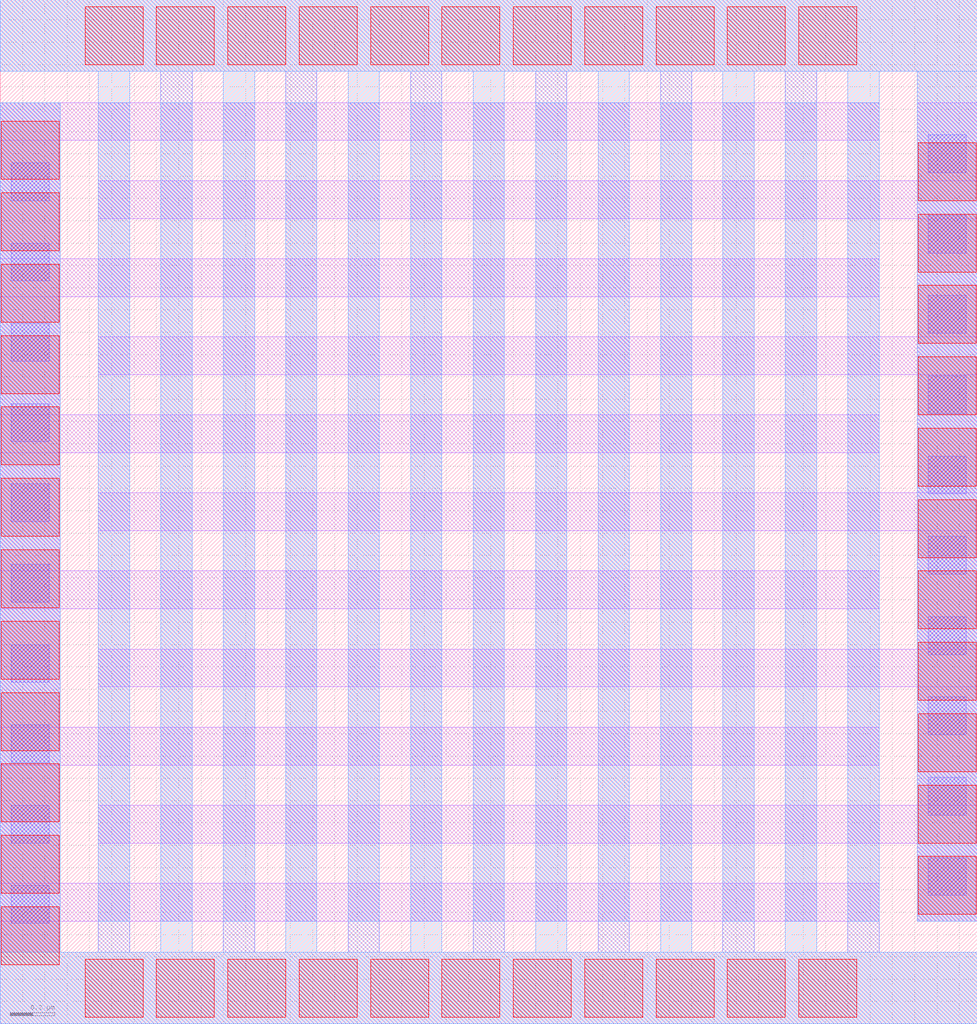
<source format=lef>
# Copyright 2020 The SkyWater PDK Authors
#
# Licensed under the Apache License, Version 2.0 (the "License");
# you may not use this file except in compliance with the License.
# You may obtain a copy of the License at
#
#     https://www.apache.org/licenses/LICENSE-2.0
#
# Unless required by applicable law or agreed to in writing, software
# distributed under the License is distributed on an "AS IS" BASIS,
# WITHOUT WARRANTIES OR CONDITIONS OF ANY KIND, either express or implied.
# See the License for the specific language governing permissions and
# limitations under the License.
#
# SPDX-License-Identifier: Apache-2.0

VERSION 5.7 ;
  NOWIREEXTENSIONATPIN ON ;
  DIVIDERCHAR "/" ;
  BUSBITCHARS "[]" ;
MACRO sky130_fd_pr__cap_vpp_04p4x04p6_l1m1m2_noshield_o2subcell
  CLASS BLOCK ;
  FOREIGN sky130_fd_pr__cap_vpp_04p4x04p6_l1m1m2_noshield_o2subcell ;
  ORIGIN  0.000000  0.000000 ;
  SIZE  4.380000 BY  4.590000 ;
  OBS
    LAYER li1 ;
      RECT 0.000000 0.320000 0.270000 0.460000 ;
      RECT 0.000000 0.460000 3.940000 0.630000 ;
      RECT 0.000000 0.630000 0.270000 1.160000 ;
      RECT 0.000000 1.160000 3.940000 1.330000 ;
      RECT 0.000000 1.330000 0.270000 1.860000 ;
      RECT 0.000000 1.860000 3.940000 2.030000 ;
      RECT 0.000000 2.030000 0.270000 2.560000 ;
      RECT 0.000000 2.560000 3.940000 2.730000 ;
      RECT 0.000000 2.730000 0.270000 3.260000 ;
      RECT 0.000000 3.260000 3.940000 3.430000 ;
      RECT 0.000000 3.430000 0.270000 3.960000 ;
      RECT 0.000000 3.960000 3.940000 4.130000 ;
      RECT 0.440000 0.810000 4.380000 0.980000 ;
      RECT 0.440000 1.510000 4.380000 1.680000 ;
      RECT 0.440000 2.210000 4.380000 2.380000 ;
      RECT 0.440000 2.910000 4.380000 3.080000 ;
      RECT 0.440000 3.610000 4.380000 3.780000 ;
      RECT 4.110000 0.460000 4.380000 0.810000 ;
      RECT 4.110000 0.980000 4.380000 1.510000 ;
      RECT 4.110000 1.680000 4.380000 2.210000 ;
      RECT 4.110000 2.380000 4.380000 2.910000 ;
      RECT 4.110000 3.080000 4.380000 3.610000 ;
      RECT 4.110000 3.780000 4.380000 4.130000 ;
    LAYER mcon ;
      RECT 0.050000 0.450000 0.220000 0.620000 ;
      RECT 0.050000 0.810000 0.220000 0.980000 ;
      RECT 0.050000 1.170000 0.220000 1.340000 ;
      RECT 0.050000 1.530000 0.220000 1.700000 ;
      RECT 0.050000 1.890000 0.220000 2.060000 ;
      RECT 0.050000 2.250000 0.220000 2.420000 ;
      RECT 0.050000 2.610000 0.220000 2.780000 ;
      RECT 0.050000 2.970000 0.220000 3.140000 ;
      RECT 0.050000 3.330000 0.220000 3.500000 ;
      RECT 0.050000 3.690000 0.220000 3.860000 ;
      RECT 4.160000 0.575000 4.330000 0.745000 ;
      RECT 4.160000 0.935000 4.330000 1.105000 ;
      RECT 4.160000 1.295000 4.330000 1.465000 ;
      RECT 4.160000 1.655000 4.330000 1.825000 ;
      RECT 4.160000 2.015000 4.330000 2.185000 ;
      RECT 4.160000 2.375000 4.330000 2.545000 ;
      RECT 4.160000 2.735000 4.330000 2.905000 ;
      RECT 4.160000 3.095000 4.330000 3.265000 ;
      RECT 4.160000 3.455000 4.330000 3.625000 ;
      RECT 4.160000 3.815000 4.330000 3.985000 ;
    LAYER met1 ;
      RECT 0.000000 0.000000 4.380000 0.320000 ;
      RECT 0.000000 0.320000 0.270000 4.130000 ;
      RECT 0.000000 4.270000 4.380000 4.590000 ;
      RECT 0.440000 0.320000 0.580000 4.130000 ;
      RECT 0.720000 0.460000 0.860000 4.270000 ;
      RECT 1.000000 0.320000 1.140000 4.130000 ;
      RECT 1.280000 0.460000 1.420000 4.270000 ;
      RECT 1.560000 0.320000 1.700000 4.130000 ;
      RECT 1.840000 0.460000 1.980000 4.270000 ;
      RECT 2.120000 0.320000 2.260000 4.130000 ;
      RECT 2.400000 0.460000 2.540000 4.270000 ;
      RECT 2.680000 0.320000 2.820000 4.130000 ;
      RECT 2.960000 0.460000 3.100000 4.270000 ;
      RECT 3.240000 0.320000 3.380000 4.130000 ;
      RECT 3.520000 0.460000 3.660000 4.270000 ;
      RECT 3.800000 0.320000 3.940000 4.130000 ;
      RECT 4.110000 0.460000 4.380000 4.270000 ;
    LAYER met2 ;
      RECT 0.000000 0.000000 4.380000 0.320000 ;
      RECT 0.000000 0.320000 0.270000 4.130000 ;
      RECT 0.000000 4.270000 4.380000 4.590000 ;
      RECT 0.440000 0.460000 0.580000 4.270000 ;
      RECT 0.720000 0.320000 0.860000 4.130000 ;
      RECT 1.000000 0.460000 1.140000 4.270000 ;
      RECT 1.280000 0.320000 1.420000 4.130000 ;
      RECT 1.560000 0.460000 1.700000 4.270000 ;
      RECT 1.840000 0.320000 1.980000 4.130000 ;
      RECT 2.120000 0.460000 2.260000 4.270000 ;
      RECT 2.400000 0.320000 2.540000 4.130000 ;
      RECT 2.680000 0.460000 2.820000 4.270000 ;
      RECT 2.960000 0.320000 3.100000 4.130000 ;
      RECT 3.240000 0.460000 3.380000 4.270000 ;
      RECT 3.520000 0.320000 3.660000 4.130000 ;
      RECT 3.800000 0.460000 3.940000 4.270000 ;
      RECT 4.110000 0.460000 4.380000 4.270000 ;
    LAYER via ;
      RECT 0.005000 0.265000 0.265000 0.525000 ;
      RECT 0.005000 0.585000 0.265000 0.845000 ;
      RECT 0.005000 0.905000 0.265000 1.165000 ;
      RECT 0.005000 1.225000 0.265000 1.485000 ;
      RECT 0.005000 1.545000 0.265000 1.805000 ;
      RECT 0.005000 1.865000 0.265000 2.125000 ;
      RECT 0.005000 2.185000 0.265000 2.445000 ;
      RECT 0.005000 2.505000 0.265000 2.765000 ;
      RECT 0.005000 2.825000 0.265000 3.085000 ;
      RECT 0.005000 3.145000 0.265000 3.405000 ;
      RECT 0.005000 3.465000 0.265000 3.725000 ;
      RECT 0.005000 3.785000 0.265000 4.045000 ;
      RECT 0.380000 0.030000 0.640000 0.290000 ;
      RECT 0.380000 4.300000 0.640000 4.560000 ;
      RECT 0.700000 0.030000 0.960000 0.290000 ;
      RECT 0.700000 4.300000 0.960000 4.560000 ;
      RECT 1.020000 0.030000 1.280000 0.290000 ;
      RECT 1.020000 4.300000 1.280000 4.560000 ;
      RECT 1.340000 0.030000 1.600000 0.290000 ;
      RECT 1.340000 4.300000 1.600000 4.560000 ;
      RECT 1.660000 0.030000 1.920000 0.290000 ;
      RECT 1.660000 4.300000 1.920000 4.560000 ;
      RECT 1.980000 0.030000 2.240000 0.290000 ;
      RECT 1.980000 4.300000 2.240000 4.560000 ;
      RECT 2.300000 0.030000 2.560000 0.290000 ;
      RECT 2.300000 4.300000 2.560000 4.560000 ;
      RECT 2.620000 0.030000 2.880000 0.290000 ;
      RECT 2.620000 4.300000 2.880000 4.560000 ;
      RECT 2.940000 0.030000 3.200000 0.290000 ;
      RECT 2.940000 4.300000 3.200000 4.560000 ;
      RECT 3.260000 0.030000 3.520000 0.290000 ;
      RECT 3.260000 4.300000 3.520000 4.560000 ;
      RECT 3.580000 0.030000 3.840000 0.290000 ;
      RECT 3.580000 4.300000 3.840000 4.560000 ;
      RECT 4.115000 0.490000 4.375000 0.750000 ;
      RECT 4.115000 0.810000 4.375000 1.070000 ;
      RECT 4.115000 1.130000 4.375000 1.390000 ;
      RECT 4.115000 1.450000 4.375000 1.710000 ;
      RECT 4.115000 1.770000 4.375000 2.030000 ;
      RECT 4.115000 2.090000 4.375000 2.350000 ;
      RECT 4.115000 2.410000 4.375000 2.670000 ;
      RECT 4.115000 2.730000 4.375000 2.990000 ;
      RECT 4.115000 3.050000 4.375000 3.310000 ;
      RECT 4.115000 3.370000 4.375000 3.630000 ;
      RECT 4.115000 3.690000 4.375000 3.950000 ;
  END
END sky130_fd_pr__cap_vpp_04p4x04p6_l1m1m2_noshield_o2subcell
END LIBRARY

</source>
